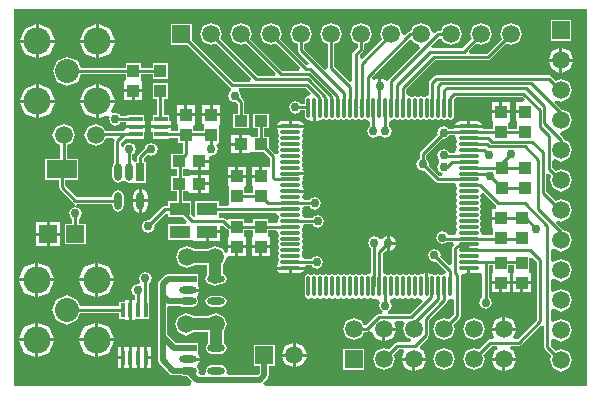
<source format=gtl>
%FSLAX43Y43*%
%MOMM*%
G71*
G01*
G75*
G04 Layer_Physical_Order=1*
G04 Layer_Color=255*
%ADD10O,1.500X0.600*%
%ADD11R,1.500X0.600*%
%ADD12O,1.800X0.300*%
%ADD13O,0.300X1.800*%
%ADD14O,0.700X1.500*%
%ADD15R,0.700X1.500*%
%ADD16R,0.350X1.200*%
%ADD17R,1.000X1.100*%
%ADD18R,2.541X1.500*%
%ADD19R,1.500X1.500*%
%ADD20R,1.150X0.450*%
%ADD21R,1.700X1.100*%
%ADD22R,1.100X1.000*%
%ADD23C,0.254*%
%ADD24C,0.500*%
%ADD25C,1.000*%
%ADD26C,0.762*%
%ADD27C,1.500*%
%ADD28R,1.500X1.500*%
%ADD29C,2.286*%
%ADD30C,2.032*%
%ADD31C,0.254*%
G36*
X76625Y38050D02*
X76625Y38050D01*
X76625Y38050D01*
X76615Y38025D01*
X49334D01*
X49237Y38260D01*
X49614Y38636D01*
X49614Y38636D01*
X49649Y38721D01*
X49733Y38925D01*
X49733Y38925D01*
Y39723D01*
X50202D01*
Y41477D01*
X48448D01*
Y39723D01*
X48917D01*
Y39094D01*
X48756Y38933D01*
X46239D01*
X46098Y39144D01*
X46162Y39300D01*
X46027Y39627D01*
X45700Y39762D01*
X44800D01*
X44473Y39627D01*
X44338Y39300D01*
X44402Y39144D01*
X44261Y38933D01*
X43839D01*
X43698Y39144D01*
X43762Y39300D01*
X43627Y39627D01*
Y39627D01*
D01*
X43724Y39826D01*
X43724Y39826D01*
X43847Y40123D01*
X42850D01*
Y40377D01*
X43847D01*
X43724Y40674D01*
X43709Y40680D01*
X43727Y40773D01*
X43727D01*
X43727Y40773D01*
Y41627D01*
X41973D01*
Y41608D01*
X41844D01*
X41108Y42344D01*
Y44681D01*
X41200Y44742D01*
X42244D01*
X42375Y44688D01*
X43275D01*
X43602Y44823D01*
X43737Y45150D01*
X43602Y45477D01*
Y45477D01*
D01*
X43699Y45676D01*
X43699Y45676D01*
X43822Y45973D01*
X42825D01*
Y46227D01*
X43822D01*
X43699Y46524D01*
X43684Y46530D01*
X43702Y46623D01*
X43702D01*
X43702Y46623D01*
Y47477D01*
X41948D01*
Y47458D01*
X41150D01*
X41150Y47458D01*
X41006Y47398D01*
X40861Y47339D01*
X40861Y47339D01*
X40411Y46889D01*
X40292Y46600D01*
X40292Y46600D01*
Y45650D01*
X40292Y45650D01*
X40292Y45650D01*
Y42175D01*
X40292Y42175D01*
X40292Y42175D01*
Y40200D01*
X40292Y40200D01*
X40411Y39911D01*
X41311Y39011D01*
X41311Y39011D01*
X41456Y38952D01*
X41600Y38892D01*
X41600Y38892D01*
X42269D01*
X42400Y38838D01*
X42735D01*
X43183Y38390D01*
X43142Y38139D01*
X42914Y38025D01*
X28150D01*
Y69890D01*
X28175Y69900D01*
Y69900D01*
X28175Y69900D01*
X76625D01*
Y38050D01*
D02*
G37*
%LPC*%
G36*
X70096Y46609D02*
X69469D01*
Y45932D01*
X70096D01*
Y46609D01*
D02*
G37*
G36*
X69215D02*
X68588D01*
Y45932D01*
X69215D01*
Y46609D01*
D02*
G37*
G36*
X36575Y46838D02*
X35242D01*
Y45506D01*
X36184Y45896D01*
X36575Y46838D01*
D02*
G37*
G36*
X70993Y46609D02*
X70366D01*
Y45932D01*
X70993D01*
Y46609D01*
D02*
G37*
G36*
X29908Y48424D02*
X28966Y48034D01*
X28576Y47092D01*
X29908D01*
Y48424D01*
D02*
G37*
G36*
X39243Y47667D02*
X38854Y47506D01*
X38693Y47117D01*
X38817Y46818D01*
X38637Y46639D01*
X38608Y46651D01*
X38219Y46490D01*
X38058Y46101D01*
X38219Y45712D01*
X38333Y45665D01*
Y45254D01*
X38102D01*
Y44400D01*
Y43546D01*
X38404D01*
Y43673D01*
X38927D01*
Y43673D01*
X38927D01*
X38927Y43673D01*
X38973D01*
Y43673D01*
X39577D01*
Y45127D01*
X39518D01*
Y46681D01*
X39632Y46728D01*
X39793Y47117D01*
X39632Y47506D01*
X39243Y47667D01*
D02*
G37*
G36*
X71874Y46609D02*
X71247D01*
Y45932D01*
X71874D01*
Y46609D01*
D02*
G37*
G36*
X45225Y44149D02*
X44572Y43879D01*
X43328D01*
X42675Y44149D01*
X42004Y43871D01*
X41726Y43200D01*
X42004Y42529D01*
X42675Y42251D01*
X43328Y42521D01*
X44571D01*
Y41567D01*
X44473Y41527D01*
X44338Y41200D01*
X44473Y40873D01*
X44800Y40738D01*
X45700D01*
X46027Y40873D01*
X46162Y41200D01*
X46027Y41527D01*
X45929Y41567D01*
Y42607D01*
X46174Y43200D01*
X45896Y43871D01*
X45225Y44149D01*
D02*
G37*
G36*
X32575Y45662D02*
X31700Y45300D01*
X31338Y44425D01*
X31700Y43550D01*
X32575Y43188D01*
X33450Y43550D01*
X33709Y44175D01*
X37023D01*
Y43673D01*
X37546D01*
Y43546D01*
X37848D01*
Y44400D01*
Y45254D01*
X37546D01*
Y45127D01*
X37023D01*
Y44725D01*
X33688D01*
X33450Y45300D01*
X32575Y45662D01*
D02*
G37*
G36*
X69723Y43833D02*
Y42926D01*
X70630D01*
X70364Y43567D01*
X69723Y43833D01*
D02*
G37*
G36*
X45675Y45612D02*
X44775D01*
X44448Y45477D01*
X44313Y45150D01*
X44448Y44823D01*
X44775Y44688D01*
X45675D01*
X46002Y44823D01*
X46137Y45150D01*
X46002Y45477D01*
X45675Y45612D01*
D02*
G37*
G36*
X34988Y46838D02*
X33655D01*
X34046Y45896D01*
X34988Y45506D01*
Y46838D01*
D02*
G37*
G36*
X31494D02*
X30162D01*
Y45506D01*
X31104Y45896D01*
X31494Y46838D01*
D02*
G37*
G36*
X29908D02*
X28576D01*
X28966Y45896D01*
X29908Y45506D01*
Y46838D01*
D02*
G37*
G36*
X45175Y49874D02*
X44522Y49604D01*
X43428D01*
X42775Y49874D01*
X42104Y49596D01*
X41826Y48925D01*
X42104Y48254D01*
X42775Y47976D01*
X43428Y48246D01*
X44496D01*
Y47397D01*
X44448Y47377D01*
X44313Y47050D01*
X44448Y46723D01*
X44695Y46621D01*
X44695Y46620D01*
X45175Y46421D01*
X45577Y46588D01*
X45675D01*
X46002Y46723D01*
X46137Y47050D01*
X46002Y47377D01*
X45854Y47438D01*
Y48272D01*
X46124Y48925D01*
Y48925D01*
X46129Y48936D01*
X46236Y48980D01*
X46236Y48980D01*
X46236Y48980D01*
X46863D01*
Y49657D01*
X46236D01*
Y49306D01*
X45987Y49257D01*
X45846Y49596D01*
X45175Y49874D01*
D02*
G37*
G36*
X60460Y49948D02*
X59952D01*
Y49440D01*
X60311Y49589D01*
X60460Y49948D01*
D02*
G37*
G36*
X49776Y49657D02*
X49149D01*
Y48980D01*
X49776D01*
Y49657D01*
D02*
G37*
G36*
X30898Y50723D02*
X30021D01*
Y49846D01*
X30898D01*
Y50723D01*
D02*
G37*
G36*
X45568Y50927D02*
X44591D01*
Y50250D01*
X45568D01*
Y50927D01*
D02*
G37*
G36*
X59952Y50710D02*
Y50202D01*
X60460D01*
X60311Y50561D01*
X59952Y50710D01*
D02*
G37*
G36*
X32029Y50723D02*
X31152D01*
Y49846D01*
X32029D01*
Y50723D01*
D02*
G37*
G36*
X35242Y48424D02*
Y47092D01*
X36575D01*
X36184Y48034D01*
X35242Y48424D01*
D02*
G37*
G36*
X34988D02*
X34046Y48034D01*
X33655Y47092D01*
X34988D01*
Y48424D01*
D02*
G37*
G36*
X30162D02*
Y47092D01*
X31494D01*
X31104Y48034D01*
X30162Y48424D01*
D02*
G37*
G36*
X51378Y47848D02*
X50370D01*
X50446Y47666D01*
X50755Y47538D01*
X51378D01*
Y47848D01*
D02*
G37*
G36*
X48895Y49657D02*
X48268D01*
Y48980D01*
X48895D01*
Y49657D01*
D02*
G37*
G36*
X47744D02*
X47117D01*
Y48980D01*
X47744D01*
Y49657D01*
D02*
G37*
G36*
X52640Y47848D02*
X51632D01*
Y47538D01*
X52255D01*
X52564Y47666D01*
X52640Y47848D01*
D02*
G37*
G36*
X39148Y41254D02*
X38752D01*
Y40400D01*
Y39546D01*
X39148D01*
Y40400D01*
Y41254D01*
D02*
G37*
G36*
X38498D02*
X38102D01*
Y40400D01*
Y39546D01*
X38498D01*
Y40400D01*
Y41254D01*
D02*
G37*
G36*
X37848D02*
X37452D01*
Y40400D01*
Y39546D01*
X37848D01*
Y40400D01*
Y41254D01*
D02*
G37*
G36*
X39704Y40273D02*
X39402D01*
Y39546D01*
X39704D01*
Y40273D01*
D02*
G37*
G36*
X29908Y41758D02*
X28576D01*
X28966Y40816D01*
X29908Y40425D01*
Y41758D01*
D02*
G37*
G36*
X52899Y40473D02*
X51992D01*
Y39566D01*
X52633Y39832D01*
X52899Y40473D01*
D02*
G37*
G36*
X51738D02*
X50831D01*
X51097Y39832D01*
X51738Y39566D01*
Y40473D01*
D02*
G37*
G36*
X69469Y40132D02*
X68562D01*
X68828Y39491D01*
X69469Y39225D01*
Y40132D01*
D02*
G37*
G36*
X63010D02*
X62103D01*
Y39225D01*
X62744Y39491D01*
X63010Y40132D01*
D02*
G37*
G36*
X61849D02*
X60942D01*
X61208Y39491D01*
X61849Y39225D01*
Y40132D01*
D02*
G37*
G36*
X70630D02*
X69723D01*
Y39225D01*
X70364Y39491D01*
X70630Y40132D01*
D02*
G37*
G36*
X37198Y40273D02*
X36896D01*
Y39546D01*
X37198D01*
Y40273D01*
D02*
G37*
G36*
X57773Y41136D02*
X56019D01*
Y39382D01*
X57773D01*
Y41136D01*
D02*
G37*
G36*
X64516Y41208D02*
X63845Y40930D01*
X63567Y40259D01*
X63845Y39588D01*
X64516Y39310D01*
X65187Y39588D01*
X65465Y40259D01*
X65187Y40930D01*
X64516Y41208D01*
D02*
G37*
G36*
X29908Y43345D02*
X28966Y42954D01*
X28576Y42012D01*
X29908D01*
Y43345D01*
D02*
G37*
G36*
X67056Y43748D02*
X66385Y43470D01*
X66107Y42799D01*
X66385Y42128D01*
X67056Y41850D01*
X67727Y42128D01*
X68005Y42799D01*
X67727Y43470D01*
X67056Y43748D01*
D02*
G37*
G36*
X60470Y42672D02*
X59563D01*
Y41765D01*
X60204Y42031D01*
X60470Y42672D01*
D02*
G37*
G36*
X30162Y43345D02*
Y42012D01*
X31494D01*
X31104Y42954D01*
X30162Y43345D01*
D02*
G37*
G36*
X69469Y43833D02*
X68828Y43567D01*
X68562Y42926D01*
X69469D01*
Y43833D01*
D02*
G37*
G36*
X35242Y43345D02*
Y42012D01*
X36575D01*
X36184Y42954D01*
X35242Y43345D01*
D02*
G37*
G36*
X34988D02*
X34046Y42954D01*
X33655Y42012D01*
X34988D01*
Y43345D01*
D02*
G37*
G36*
X36575Y41758D02*
X35242D01*
Y40425D01*
X36184Y40816D01*
X36575Y41758D01*
D02*
G37*
G36*
X34988D02*
X33655D01*
X34046Y40816D01*
X34988Y40425D01*
Y41758D01*
D02*
G37*
G36*
X31494D02*
X30162D01*
Y40425D01*
X31104Y40816D01*
X31494Y41758D01*
D02*
G37*
G36*
X37198Y41254D02*
X36896D01*
Y40527D01*
X37198D01*
Y41254D01*
D02*
G37*
G36*
X51992Y41634D02*
Y40727D01*
X52899D01*
X52633Y41368D01*
X51992Y41634D01*
D02*
G37*
G36*
X51738D02*
X51097Y41368D01*
X50831Y40727D01*
X51738D01*
Y41634D01*
D02*
G37*
G36*
X39704Y41254D02*
X39402D01*
Y40527D01*
X39704D01*
Y41254D01*
D02*
G37*
G36*
X30898Y51854D02*
X30021D01*
Y50977D01*
X30898D01*
Y51854D01*
D02*
G37*
G36*
X29972Y63562D02*
X29030Y63172D01*
X28639Y62230D01*
X29972D01*
Y63562D01*
D02*
G37*
G36*
X38981Y62865D02*
X38354D01*
Y62188D01*
X38981D01*
Y62865D01*
D02*
G37*
G36*
X38100D02*
X37473D01*
Y62188D01*
X38100D01*
Y62865D01*
D02*
G37*
G36*
X30226Y63562D02*
Y62230D01*
X31559D01*
X31168Y63172D01*
X30226Y63562D01*
D02*
G37*
G36*
X32639Y65880D02*
X31764Y65518D01*
X31402Y64643D01*
X31764Y63768D01*
X32639Y63406D01*
X33514Y63768D01*
X33762Y64368D01*
X37600D01*
Y64015D01*
X37600D01*
Y63923D01*
X37473Y63796D01*
X37473D01*
Y63119D01*
X38981D01*
Y63796D01*
X38854D01*
Y64015D01*
X38854D01*
Y64368D01*
X39886D01*
Y64015D01*
X41140D01*
Y65369D01*
X39886D01*
Y64918D01*
X38854D01*
Y65369D01*
X37600D01*
Y64918D01*
X33762D01*
X33514Y65518D01*
X32639Y65880D01*
D02*
G37*
G36*
X35306Y63562D02*
Y62230D01*
X36639D01*
X36248Y63172D01*
X35306Y63562D01*
D02*
G37*
G36*
X35052D02*
X34110Y63172D01*
X33720Y62230D01*
X35052D01*
Y63562D01*
D02*
G37*
G36*
X43426Y61764D02*
X42799D01*
Y61087D01*
X43426D01*
Y61764D01*
D02*
G37*
G36*
X42545D02*
X41918D01*
Y61087D01*
X42545D01*
Y61764D01*
D02*
G37*
G36*
X35052Y61976D02*
X33720D01*
X34110Y61034D01*
X35052Y60644D01*
Y61976D01*
D02*
G37*
G36*
X44704Y61764D02*
X44077D01*
Y61087D01*
X44704D01*
Y61764D01*
D02*
G37*
G36*
X70096Y62018D02*
X69469D01*
Y61341D01*
X70096D01*
Y62018D01*
D02*
G37*
G36*
X69215D02*
X68588D01*
Y61341D01*
X69215D01*
Y62018D01*
D02*
G37*
G36*
X45585Y61764D02*
X44958D01*
Y61087D01*
X45585D01*
Y61764D01*
D02*
G37*
G36*
X75302Y68977D02*
X73548D01*
Y67223D01*
X75302D01*
Y68977D01*
D02*
G37*
G36*
X70215Y68724D02*
X69544Y68446D01*
X69266Y67775D01*
X69430Y67379D01*
X68151Y66100D01*
X66721D01*
X66623Y66335D01*
X67279Y66990D01*
X67675Y66826D01*
X68346Y67104D01*
X68624Y67775D01*
X68346Y68446D01*
X67675Y68724D01*
X67004Y68446D01*
X66726Y67775D01*
X66890Y67379D01*
X66086Y66575D01*
X63592D01*
X63458Y66791D01*
X63496Y66868D01*
X64088Y67459D01*
X64337Y67410D01*
X64464Y67104D01*
X65135Y66826D01*
X65806Y67104D01*
X66084Y67775D01*
X65806Y68446D01*
X65135Y68724D01*
X64464Y68446D01*
X64300Y68050D01*
X64015D01*
X64015Y68050D01*
X63877Y67993D01*
X63820Y67969D01*
X63820Y67969D01*
X63730Y67879D01*
X63481Y67928D01*
X63266Y68446D01*
X62595Y68724D01*
X61924Y68446D01*
X61760Y68050D01*
X61675Y68050D01*
X61675Y68050D01*
X61675Y68050D01*
X61538Y67993D01*
X61481Y67969D01*
X61481Y67969D01*
X61248Y67737D01*
X60999Y67787D01*
X60726Y68446D01*
X60055Y68724D01*
X59384Y68446D01*
X59106Y67775D01*
X59270Y67379D01*
X57565Y65673D01*
X57428Y65730D01*
X57378Y65979D01*
X57709Y66311D01*
X57709Y66311D01*
X57790Y66505D01*
Y66940D01*
X58186Y67104D01*
X58464Y67775D01*
X58186Y68446D01*
X57515Y68724D01*
X56844Y68446D01*
X56566Y67775D01*
X56844Y67104D01*
X57240Y66940D01*
Y66619D01*
X56861Y66239D01*
X56780Y66045D01*
X56780Y66045D01*
Y63791D01*
X56545Y63693D01*
X55250Y64989D01*
Y66940D01*
X55646Y67104D01*
X55924Y67775D01*
X55646Y68446D01*
X54975Y68724D01*
X54304Y68446D01*
X54026Y67775D01*
X54304Y67104D01*
X54700Y66940D01*
Y64875D01*
D01*
X54700Y64875D01*
X54700D01*
X54462Y64777D01*
X52710Y66529D01*
Y66940D01*
X53106Y67104D01*
X53384Y67775D01*
X53106Y68446D01*
X52435Y68724D01*
X51764Y68446D01*
X51486Y67775D01*
X51764Y67104D01*
X52160Y66940D01*
Y66415D01*
X52160Y66415D01*
X52241Y66221D01*
X53049Y65412D01*
X53097Y65316D01*
X52935Y65199D01*
X52872Y65187D01*
X50680Y67379D01*
X50844Y67775D01*
X50566Y68446D01*
X49895Y68724D01*
X49224Y68446D01*
X48946Y67775D01*
X49224Y67104D01*
X49895Y66826D01*
X50291Y66990D01*
X52372Y64910D01*
X52274Y64675D01*
X50844D01*
X48140Y67379D01*
X48304Y67775D01*
X48026Y68446D01*
X47355Y68724D01*
X46684Y68446D01*
X46406Y67775D01*
X46684Y67104D01*
X47355Y66826D01*
X47751Y66990D01*
X50282Y64460D01*
X50184Y64225D01*
X48754D01*
X45600Y67379D01*
X45764Y67775D01*
X45486Y68446D01*
X44815Y68724D01*
X44144Y68446D01*
X43866Y67775D01*
X44144Y67104D01*
X44815Y66826D01*
X45211Y66990D01*
X48217Y63985D01*
X48119Y63750D01*
X46689D01*
X43152Y67287D01*
Y68652D01*
X41398D01*
Y66898D01*
X42763D01*
X46381Y63281D01*
X46381Y63281D01*
X46438Y63257D01*
X46502Y63230D01*
Y62976D01*
X46411Y62939D01*
X46250Y62550D01*
X46411Y62161D01*
X46800Y62000D01*
X46839Y62016D01*
X47050Y61875D01*
Y61052D01*
X46648D01*
Y59798D01*
X48002D01*
Y61052D01*
X47600D01*
Y62025D01*
X47600Y62025D01*
X47560Y62122D01*
X47519Y62219D01*
X47519Y62219D01*
X47303Y62436D01*
X47350Y62550D01*
X47189Y62939D01*
X47159Y62951D01*
X47209Y63200D01*
X52812D01*
X53248Y62765D01*
X53107Y62553D01*
X53071Y62568D01*
Y62568D01*
D01*
D01*
X53071Y62568D01*
D01*
X53055Y62575D01*
X52843Y62487D01*
X52836Y62471D01*
X52836D01*
X52836D01*
X52836Y62471D01*
X52836Y62471D01*
Y62471D01*
X52755Y62275D01*
Y61870D01*
X52379D01*
X52332Y61984D01*
X51943Y62145D01*
X51554Y61984D01*
X51393Y61595D01*
X51554Y61206D01*
X51943Y61045D01*
X52332Y61206D01*
X52379Y61320D01*
X52755D01*
Y60775D01*
X52836Y60579D01*
Y60579D01*
X52836Y60579D01*
X52836Y60579D01*
X52836D01*
X52836D01*
X52843Y60563D01*
X53055Y60475D01*
X53071Y60482D01*
X53071D01*
Y60482D01*
D01*
D01*
D01*
X53139Y60510D01*
X53246Y60466D01*
X53246Y60466D01*
X53246Y60466D01*
X53428Y60390D01*
Y61525D01*
X53682D01*
Y60390D01*
X53864Y60466D01*
X53864Y60466D01*
Y60466D01*
X53971Y60510D01*
X54055Y60475D01*
X54267Y60563D01*
X54267D01*
D01*
X54343D01*
D01*
X54555Y60475D01*
X54571Y60482D01*
X54571Y60482D01*
X54571Y60482D01*
X54767Y60563D01*
X54767D01*
D01*
X54843D01*
D01*
X55055Y60475D01*
D01*
D01*
D01*
D01*
X55267Y60563D01*
D01*
X55343D01*
D01*
X55555Y60475D01*
D01*
D01*
D01*
D01*
X55767Y60563D01*
D01*
X55843D01*
X55843Y60563D01*
Y60563D01*
X56039Y60482D01*
X56039Y60482D01*
X56039Y60482D01*
X56055Y60475D01*
X56267Y60563D01*
D01*
X56343D01*
D01*
X56555Y60475D01*
D01*
D01*
D01*
D01*
X56767Y60563D01*
D01*
X56843D01*
D01*
X57055Y60475D01*
X57071Y60482D01*
X57071Y60482D01*
X57071Y60482D01*
X57267Y60563D01*
X57267D01*
D01*
X57343D01*
D01*
X57555Y60475D01*
D01*
D01*
D01*
D01*
X57767Y60563D01*
D01*
X57843D01*
D01*
X58055Y60475D01*
X58069Y60481D01*
X58280Y60340D01*
Y60002D01*
X58158Y59952D01*
X57997Y59563D01*
X58158Y59174D01*
X58547Y59013D01*
X58936Y59174D01*
X58936Y59174D01*
X59174D01*
Y59174D01*
X59563Y59013D01*
X59952Y59174D01*
X60113Y59563D01*
X59952Y59952D01*
X59838Y59999D01*
Y60336D01*
X60049Y60478D01*
X60055Y60475D01*
X60267Y60563D01*
D01*
X60343D01*
D01*
X60555Y60475D01*
D01*
D01*
D01*
D01*
X60767Y60563D01*
D01*
X60843D01*
X60843Y60563D01*
Y60563D01*
X61039Y60482D01*
X61039Y60482D01*
X61039Y60482D01*
X61055Y60475D01*
X61267Y60563D01*
D01*
X61343D01*
D01*
X61555Y60475D01*
D01*
D01*
D01*
D01*
X61767Y60563D01*
D01*
X61843D01*
D01*
X62055Y60475D01*
X62071Y60482D01*
X62071Y60482D01*
X62071Y60482D01*
X62267Y60563D01*
X62267D01*
D01*
X62343D01*
D01*
X62555Y60475D01*
D01*
D01*
D01*
D01*
X62767Y60563D01*
D01*
X62843D01*
D01*
X63055Y60475D01*
D01*
D01*
D01*
D01*
X63267Y60563D01*
D01*
X63343D01*
D01*
X63555Y60475D01*
D01*
D01*
D01*
D01*
X63767Y60563D01*
D01*
X63843D01*
X63843Y60563D01*
Y60563D01*
X64039Y60482D01*
X64039Y60482D01*
X64039Y60482D01*
X64055Y60475D01*
X64267Y60563D01*
D01*
X64343D01*
D01*
X64555Y60475D01*
X64571Y60482D01*
X64571Y60482D01*
X64571Y60482D01*
X64767Y60563D01*
X64767D01*
D01*
X64843D01*
D01*
X65055Y60475D01*
X65071Y60482D01*
X65071D01*
Y60482D01*
X65267Y60563D01*
X65355Y60775D01*
Y62275D01*
X65348Y62292D01*
X65519Y62463D01*
X71145D01*
X71356Y62253D01*
X71259Y62018D01*
X70620D01*
Y61341D01*
X71374D01*
Y61087D01*
X70620D01*
Y60410D01*
X70747D01*
Y60191D01*
X70747D01*
Y59750D01*
X69969D01*
Y60191D01*
X69969D01*
Y60283D01*
X70096Y60410D01*
X70096D01*
Y61087D01*
X68588D01*
Y60410D01*
X68715D01*
Y60191D01*
X68715D01*
Y59750D01*
X67928D01*
X67862Y59848D01*
X65348D01*
X65282Y59750D01*
X64936D01*
X64905Y59825D01*
X64516Y59986D01*
X64127Y59825D01*
X63966Y59436D01*
X64013Y59322D01*
X62544Y57852D01*
X62463Y57658D01*
X62463Y57658D01*
Y57205D01*
X62349Y57158D01*
X62188Y56769D01*
X62349Y56380D01*
X62738Y56219D01*
X62852Y56266D01*
X63838Y55281D01*
X63838Y55281D01*
X63895Y55257D01*
X64032Y55200D01*
X64032Y55200D01*
X65420D01*
X65561Y54989D01*
X65555Y54975D01*
D01*
D01*
D01*
D01*
X65643Y54763D01*
D01*
Y54687D01*
X65643Y54687D01*
X65643D01*
X65562Y54491D01*
X65562Y54491D01*
X65562Y54491D01*
X65555Y54475D01*
X65643Y54263D01*
D01*
Y54187D01*
D01*
X65555Y53975D01*
D01*
D01*
D01*
D01*
X65643Y53763D01*
D01*
Y53687D01*
D01*
X65555Y53475D01*
X65562Y53459D01*
X65562Y53459D01*
X65562Y53459D01*
X65643Y53263D01*
Y53263D01*
D01*
Y53187D01*
D01*
X65555Y52975D01*
D01*
D01*
D01*
D01*
X65643Y52763D01*
D01*
Y52687D01*
D01*
X65555Y52475D01*
D01*
D01*
D01*
D01*
X65643Y52263D01*
D01*
Y52187D01*
X65643Y52187D01*
X65643D01*
X65562Y51991D01*
X65562Y51991D01*
X65562Y51991D01*
X65555Y51975D01*
X65643Y51763D01*
D01*
Y51687D01*
D01*
X65555Y51475D01*
D01*
D01*
D01*
D01*
X65643Y51263D01*
D01*
Y51187D01*
D01*
X65555Y50975D01*
X65561Y50961D01*
X65420Y50750D01*
X64854D01*
X64778Y50935D01*
X64389Y51096D01*
X64000Y50935D01*
X63839Y50546D01*
X64000Y50157D01*
X64389Y49996D01*
X64778Y50157D01*
X64796Y50200D01*
X65240D01*
X65299Y50171D01*
X65340Y49920D01*
X65257Y49837D01*
X65176Y49642D01*
X65176Y49642D01*
Y48320D01*
X64941Y48222D01*
X64228Y48936D01*
X64275Y49050D01*
X64114Y49439D01*
X63725Y49600D01*
X63336Y49439D01*
X63175Y49050D01*
X63336Y48661D01*
X63725Y48500D01*
X63839Y48547D01*
X64703Y47683D01*
X64562Y47472D01*
X64555Y47475D01*
X64343Y47387D01*
D01*
X64267D01*
D01*
X64055Y47475D01*
X64039Y47468D01*
X64039Y47468D01*
X64039Y47468D01*
X63843Y47387D01*
X63843D01*
D01*
X63767D01*
D01*
X63555Y47475D01*
X63539Y47468D01*
X63539D01*
Y47468D01*
X63471Y47440D01*
X63364Y47484D01*
X63364Y47484D01*
X63364Y47484D01*
X63182Y47560D01*
Y46425D01*
X62928D01*
Y47560D01*
X62746Y47484D01*
X62746Y47484D01*
Y47484D01*
X62639Y47440D01*
X62571Y47468D01*
Y47468D01*
X62571D01*
X62555Y47475D01*
X62343Y47387D01*
D01*
X62267D01*
X62267Y47387D01*
Y47387D01*
X62071Y47468D01*
X62071Y47468D01*
X62071Y47468D01*
X62055Y47475D01*
X61843Y47387D01*
D01*
X61767D01*
D01*
X61555Y47475D01*
D01*
D01*
D01*
D01*
X61343Y47387D01*
D01*
X61267D01*
D01*
X61055Y47475D01*
X61039Y47468D01*
X61039Y47468D01*
X61039Y47468D01*
X60843Y47387D01*
X60843D01*
D01*
X60767D01*
D01*
X60555Y47475D01*
D01*
D01*
D01*
D01*
X60343Y47387D01*
D01*
X60267D01*
D01*
X60055Y47475D01*
D01*
D01*
D01*
D01*
X59843Y47387D01*
D01*
X59767D01*
X59767Y47387D01*
Y47387D01*
X59555Y47475D01*
X59541Y47469D01*
X59330Y47610D01*
Y49191D01*
X59614Y49475D01*
X59698Y49440D01*
Y50075D01*
Y50710D01*
X59339Y50561D01*
X59288Y50439D01*
X59034Y50439D01*
X59014Y50489D01*
X58625Y50650D01*
X58236Y50489D01*
X58075Y50100D01*
X58236Y49711D01*
X58350Y49664D01*
Y47581D01*
X58139Y47440D01*
X58055Y47475D01*
D01*
D01*
D01*
D01*
X57843Y47387D01*
D01*
X57767D01*
D01*
X57555Y47475D01*
D01*
D01*
D01*
D01*
X57343Y47387D01*
D01*
X57267D01*
X57267Y47387D01*
Y47387D01*
X57071Y47468D01*
X57071Y47468D01*
X57071Y47468D01*
X57055Y47475D01*
X56843Y47387D01*
D01*
X56767D01*
D01*
X56555Y47475D01*
D01*
D01*
D01*
D01*
X56343Y47387D01*
D01*
X56267D01*
D01*
X56055Y47475D01*
X56039Y47468D01*
X56039Y47468D01*
X56039Y47468D01*
X55843Y47387D01*
X55843D01*
D01*
X55767D01*
D01*
X55555Y47475D01*
D01*
D01*
D01*
D01*
X55343Y47387D01*
D01*
X55267D01*
D01*
X55055Y47475D01*
D01*
D01*
D01*
D01*
X54843Y47387D01*
D01*
X54767D01*
X54767Y47387D01*
Y47387D01*
X54571Y47468D01*
X54571Y47468D01*
X54571Y47468D01*
X54555Y47475D01*
X54343Y47387D01*
D01*
X54267D01*
D01*
X54055Y47475D01*
D01*
D01*
D01*
D01*
X53843Y47387D01*
D01*
X53767D01*
D01*
X53555Y47475D01*
X53539Y47468D01*
X53539Y47468D01*
X53539Y47468D01*
X53343Y47387D01*
X53343D01*
D01*
X53267D01*
D01*
X53055Y47475D01*
X53039Y47468D01*
X53039D01*
Y47468D01*
X52843Y47387D01*
X52755Y47175D01*
Y45675D01*
X52843Y45463D01*
X53039Y45382D01*
Y45382D01*
X53039D01*
X53055Y45375D01*
X53267Y45463D01*
D01*
X53343D01*
X53343Y45463D01*
Y45463D01*
X53539Y45382D01*
X53539Y45382D01*
X53539Y45382D01*
X53555Y45375D01*
X53767Y45463D01*
D01*
X53843D01*
D01*
X54055Y45375D01*
D01*
D01*
D01*
D01*
X54267Y45463D01*
D01*
X54343D01*
D01*
X54555Y45375D01*
X54571Y45382D01*
X54571Y45382D01*
X54571Y45382D01*
X54767Y45463D01*
X54767D01*
D01*
X54843D01*
D01*
X55055Y45375D01*
D01*
D01*
D01*
D01*
X55267Y45463D01*
D01*
X55343D01*
D01*
X55555Y45375D01*
D01*
D01*
D01*
D01*
X55767Y45463D01*
D01*
X55843D01*
X55843Y45463D01*
Y45463D01*
X56039Y45382D01*
X56039Y45382D01*
X56039Y45382D01*
X56055Y45375D01*
X56267Y45463D01*
D01*
X56343D01*
D01*
X56555Y45375D01*
D01*
D01*
D01*
D01*
X56767Y45463D01*
D01*
X56843D01*
D01*
X57055Y45375D01*
X57071Y45382D01*
X57071Y45382D01*
X57071Y45382D01*
X57267Y45463D01*
X57267D01*
D01*
X57343D01*
D01*
X57555Y45375D01*
D01*
D01*
D01*
D01*
X57767Y45463D01*
D01*
X57843D01*
D01*
X58055Y45375D01*
D01*
D01*
D01*
D01*
X58267Y45463D01*
D01*
X58343D01*
X58343Y45463D01*
Y45463D01*
X58555Y45375D01*
X58639Y45410D01*
X58746Y45366D01*
X58746Y45366D01*
X58746Y45366D01*
X59005Y45259D01*
X59102Y45024D01*
X59005Y44790D01*
X59166Y44401D01*
X59345Y44327D01*
X59296Y44078D01*
X59020D01*
X59020Y44078D01*
X58883Y44021D01*
X58826Y43997D01*
X58826Y43997D01*
X57943Y43115D01*
X57694Y43164D01*
X57567Y43470D01*
X56896Y43748D01*
X56225Y43470D01*
X55947Y42799D01*
X56225Y42128D01*
X56896Y41850D01*
X57567Y42128D01*
X57731Y42524D01*
X58016D01*
X58016Y42524D01*
X58211Y42605D01*
X58449Y42557D01*
X58668Y42031D01*
X59309Y41765D01*
Y42799D01*
X59436D01*
Y42926D01*
X60470D01*
X60308Y43317D01*
X60449Y43528D01*
X61100D01*
X61241Y43317D01*
X61027Y42799D01*
X61305Y42128D01*
X61703Y41963D01*
X61754Y41912D01*
X61657Y41677D01*
X60579D01*
X60579Y41677D01*
X60482Y41637D01*
X60385Y41596D01*
X60385Y41596D01*
X59832Y41044D01*
X59436Y41208D01*
X58765Y40930D01*
X58487Y40259D01*
X58765Y39588D01*
X59436Y39310D01*
X60107Y39588D01*
X60385Y40259D01*
X60221Y40655D01*
X60693Y41127D01*
X61020D01*
X61161Y40916D01*
X60942Y40386D01*
X63010D01*
X62744Y41027D01*
X62512Y41124D01*
X62463Y41373D01*
X63174Y42085D01*
X63255Y42279D01*
X63255Y42279D01*
Y43562D01*
X64583Y44891D01*
X64583Y44891D01*
X64590Y44906D01*
X64749Y45066D01*
X64749Y45066D01*
X64773Y45123D01*
X64830Y45260D01*
Y45260D01*
X64841Y45286D01*
X65055Y45375D01*
D01*
X65151Y45415D01*
X65363Y45276D01*
X65384Y44056D01*
X64912Y43584D01*
X64516Y43748D01*
X63845Y43470D01*
X63567Y42799D01*
X63845Y42128D01*
X64516Y41850D01*
X65187Y42128D01*
X65465Y42799D01*
X65301Y43195D01*
X65853Y43748D01*
X65853Y43748D01*
X65894Y43845D01*
X65934Y43942D01*
X65934Y43942D01*
Y47363D01*
D01*
X65934Y47363D01*
X65934D01*
X66356Y47538D01*
X66478D01*
Y47975D01*
X66732D01*
Y47538D01*
X67355D01*
X67564Y47624D01*
X67775Y47483D01*
Y45486D01*
X67661Y45439D01*
X67500Y45050D01*
X67661Y44661D01*
X68050Y44500D01*
X68439Y44661D01*
X68600Y45050D01*
X68439Y45439D01*
X68325Y45486D01*
Y48200D01*
X68715D01*
Y47759D01*
X68715D01*
Y47667D01*
X68588Y47540D01*
X68588D01*
Y46863D01*
X70096D01*
Y47540D01*
X69969D01*
Y47759D01*
X69969D01*
Y48200D01*
X70493D01*
Y47759D01*
X70493D01*
Y47667D01*
X70366Y47540D01*
X70366D01*
Y46863D01*
X71874D01*
Y47540D01*
X71747D01*
Y47759D01*
X71747D01*
Y48834D01*
X71982Y48932D01*
X72400Y48513D01*
Y43579D01*
X70774Y41952D01*
X70521Y41977D01*
X70411Y42142D01*
X70630Y42672D01*
X68562D01*
X68781Y42142D01*
X68640Y41931D01*
X68453D01*
X68259Y41850D01*
X68259Y41850D01*
X67452Y41044D01*
X67056Y41208D01*
X66385Y40930D01*
X66107Y40259D01*
X66385Y39588D01*
X67056Y39310D01*
X67727Y39588D01*
X68005Y40259D01*
X67841Y40655D01*
X68567Y41381D01*
X69030D01*
X69080Y41132D01*
X68828Y41027D01*
X68562Y40386D01*
X70630D01*
X70364Y41027D01*
X70112Y41132D01*
X70162Y41381D01*
X70866D01*
X70866Y41381D01*
X71060Y41462D01*
X72765Y43167D01*
X73000Y43069D01*
Y41279D01*
X73000Y41279D01*
X73081Y41085D01*
X73631Y40534D01*
X73476Y40160D01*
X73754Y39489D01*
X74425Y39211D01*
X75096Y39489D01*
X75374Y40160D01*
X75096Y40831D01*
X74425Y41109D01*
X74007Y40936D01*
X73550Y41393D01*
Y41885D01*
X73761Y42026D01*
X74425Y41751D01*
X75096Y42029D01*
X75374Y42700D01*
X75096Y43371D01*
X74425Y43649D01*
X73761Y43374D01*
X73550Y43515D01*
Y44425D01*
X73761Y44566D01*
X74425Y44291D01*
X75096Y44569D01*
X75374Y45240D01*
X75096Y45911D01*
X74425Y46189D01*
X73761Y45914D01*
X73550Y46055D01*
Y46965D01*
X73761Y47106D01*
X74425Y46831D01*
X75096Y47109D01*
X75374Y47780D01*
X75096Y48451D01*
X74425Y48729D01*
X73761Y48454D01*
X73550Y48595D01*
Y49505D01*
X73761Y49646D01*
X74425Y49371D01*
X75096Y49649D01*
X75374Y50320D01*
X75096Y50991D01*
X74634Y51183D01*
X74616Y51226D01*
X74616Y51226D01*
X74042Y51800D01*
X74183Y52011D01*
X74425Y51911D01*
X75096Y52189D01*
X75374Y52860D01*
X75096Y53531D01*
X74425Y53809D01*
X74007Y53636D01*
X73173Y54470D01*
Y55900D01*
X73408Y55998D01*
X73631Y55774D01*
X73476Y55400D01*
X73754Y54729D01*
X74425Y54451D01*
X75096Y54729D01*
X75374Y55400D01*
X75096Y56071D01*
X74425Y56349D01*
X74007Y56176D01*
X73681Y56502D01*
Y57070D01*
X73892Y57211D01*
X74425Y56991D01*
X75096Y57269D01*
X75374Y57940D01*
X75096Y58611D01*
X74697Y58777D01*
Y58853D01*
X74697Y58853D01*
X74697Y58853D01*
X74640Y58990D01*
X74616Y59047D01*
X74616Y59047D01*
X74380Y59284D01*
X74430Y59533D01*
X75096Y59809D01*
X75374Y60480D01*
X75096Y61151D01*
X74499Y61398D01*
X73865Y62033D01*
X74006Y62244D01*
X74425Y62071D01*
X75096Y62349D01*
X75374Y63020D01*
X75096Y63691D01*
X74425Y63969D01*
X74007Y63796D01*
X73600Y64202D01*
X73406Y64283D01*
X73406Y64283D01*
X63881D01*
X63881Y64283D01*
X63784Y64243D01*
X63687Y64202D01*
X63687Y64202D01*
X63361Y63876D01*
X63280Y63682D01*
X63280Y63682D01*
Y62710D01*
X63069Y62569D01*
X63055Y62575D01*
D01*
D01*
D01*
D01*
X62843Y62487D01*
D01*
X62767D01*
D01*
X62555Y62575D01*
D01*
D01*
D01*
D01*
X62343Y62487D01*
D01*
X62267D01*
X62267Y62487D01*
Y62487D01*
X62071Y62568D01*
X62071Y62568D01*
X62071Y62568D01*
X62055Y62575D01*
X61843Y62487D01*
D01*
X61767D01*
D01*
X61555Y62575D01*
D01*
D01*
D01*
D01*
X61541Y62569D01*
X61330Y62710D01*
Y63091D01*
X63789Y65550D01*
X68265D01*
X68265Y65550D01*
X68459Y65631D01*
X69819Y66990D01*
X70215Y66826D01*
X70886Y67104D01*
X71164Y67775D01*
X70886Y68446D01*
X70215Y68724D01*
D02*
G37*
G36*
X36639Y67056D02*
X35306D01*
Y65724D01*
X36248Y66114D01*
X36639Y67056D01*
D02*
G37*
G36*
X29972Y68643D02*
X29030Y68252D01*
X28639Y67310D01*
X29972D01*
Y68643D01*
D02*
G37*
G36*
X35306D02*
Y67310D01*
X36639D01*
X36248Y68252D01*
X35306Y68643D01*
D02*
G37*
G36*
X35052D02*
X34110Y68252D01*
X33720Y67310D01*
X35052D01*
Y68643D01*
D02*
G37*
G36*
X30226D02*
Y67310D01*
X31559D01*
X31168Y68252D01*
X30226Y68643D01*
D02*
G37*
G36*
X74298Y66594D02*
X73657Y66328D01*
X73391Y65687D01*
X74298D01*
Y66594D01*
D02*
G37*
G36*
X75459Y65433D02*
X74552D01*
Y64526D01*
X75193Y64792D01*
X75459Y65433D01*
D02*
G37*
G36*
X74298D02*
X73391D01*
X73657Y64792D01*
X74298Y64526D01*
Y65433D01*
D02*
G37*
G36*
X74552Y66594D02*
Y65687D01*
X75459D01*
X75193Y66328D01*
X74552Y66594D01*
D02*
G37*
G36*
X35052Y67056D02*
X33720D01*
X34110Y66114D01*
X35052Y65724D01*
Y67056D01*
D02*
G37*
G36*
X31559D02*
X30226D01*
Y65724D01*
X31168Y66114D01*
X31559Y67056D01*
D02*
G37*
G36*
X29972D02*
X28639D01*
X29030Y66114D01*
X29972Y65724D01*
Y67056D01*
D02*
G37*
G36*
X47744Y56557D02*
X47117D01*
Y55880D01*
X47744D01*
Y56557D01*
D02*
G37*
G36*
X46863D02*
X46236D01*
Y55880D01*
X46863D01*
Y56557D01*
D02*
G37*
G36*
X44619Y55872D02*
X43942D01*
Y55245D01*
X44619D01*
Y55872D01*
D02*
G37*
G36*
X47198Y58323D02*
X46521D01*
Y57696D01*
X47198D01*
Y58323D01*
D02*
G37*
G36*
X44619Y56896D02*
X43942D01*
Y56269D01*
X44619D01*
Y56896D01*
D02*
G37*
G36*
X48895Y56557D02*
X48268D01*
Y55880D01*
X48895D01*
Y56557D01*
D02*
G37*
G36*
X44619Y54991D02*
X43942D01*
Y54364D01*
X44619D01*
Y54991D01*
D02*
G37*
G36*
X39479Y53548D02*
X38952D01*
Y52674D01*
X39287Y52813D01*
X39479Y53275D01*
Y53548D01*
D02*
G37*
G36*
X38698D02*
X38171D01*
Y53275D01*
X38363Y52813D01*
X38698Y52674D01*
Y53548D01*
D02*
G37*
G36*
X32029Y51854D02*
X31152D01*
Y50977D01*
X32029D01*
Y51854D01*
D02*
G37*
G36*
X38952Y54676D02*
Y53802D01*
X39479D01*
Y54075D01*
X39287Y54537D01*
X38952Y54676D01*
D02*
G37*
G36*
X38698D02*
X38363Y54537D01*
X38171Y54075D01*
Y53802D01*
X38698D01*
Y54676D01*
D02*
G37*
G36*
X32325Y60199D02*
X31654Y59921D01*
X31376Y59250D01*
X31654Y58579D01*
X32050Y58415D01*
Y57227D01*
X30777D01*
Y55473D01*
X31900D01*
Y54825D01*
X31900Y54825D01*
X31981Y54630D01*
X33131Y53481D01*
X33131Y53481D01*
X33320Y53402D01*
Y53400D01*
X33320D01*
Y53150D01*
X33320D01*
Y53148D01*
X32936Y52989D01*
X32775Y52600D01*
X32936Y52211D01*
X33050Y52164D01*
Y51727D01*
X32448D01*
Y49973D01*
X34202D01*
Y51727D01*
X33600D01*
Y52164D01*
X33714Y52211D01*
X33875Y52600D01*
X33714Y52989D01*
X33325Y53150D01*
D01*
Y53220D01*
X33505Y53400D01*
X36409D01*
Y53275D01*
X36560Y52910D01*
X36925Y52759D01*
X37290Y52910D01*
X37441Y53275D01*
Y54075D01*
X37290Y54440D01*
X36925Y54591D01*
X36560Y54440D01*
X36409Y54075D01*
Y53950D01*
X33439D01*
X32450Y54939D01*
Y55473D01*
X33573D01*
Y57227D01*
X32600D01*
Y58415D01*
X32996Y58579D01*
X33274Y59250D01*
X32996Y59921D01*
X32325Y60199D01*
D02*
G37*
G36*
X66478Y60412D02*
X65855D01*
X65546Y60284D01*
X65470Y60102D01*
X66478D01*
Y60412D01*
D02*
G37*
G36*
X52255D02*
X51632D01*
Y60102D01*
X52640D01*
X52564Y60284D01*
X52255Y60412D01*
D02*
G37*
G36*
X51378D02*
X50755D01*
X50446Y60284D01*
X50370Y60102D01*
X51378D01*
Y60412D01*
D02*
G37*
G36*
X31559Y61976D02*
X30226D01*
Y60644D01*
X31168Y61034D01*
X31559Y61976D01*
D02*
G37*
G36*
X29972D02*
X28639D01*
X29030Y61034D01*
X29972Y60644D01*
Y61976D01*
D02*
G37*
G36*
X67355Y60412D02*
X66732D01*
Y60102D01*
X67740D01*
X67664Y60284D01*
X67355Y60412D01*
D02*
G37*
G36*
X41140Y63669D02*
X39886D01*
Y62315D01*
X40238D01*
Y60946D01*
X39870D01*
Y60423D01*
X39743D01*
Y60071D01*
X41401D01*
Y60423D01*
X41274D01*
Y60946D01*
X40788D01*
Y62315D01*
X41140D01*
Y63669D01*
D02*
G37*
G36*
X35025Y60199D02*
X34354Y59921D01*
X34076Y59250D01*
X34354Y58579D01*
X35025Y58301D01*
X35696Y58579D01*
X35879Y59019D01*
X36504D01*
X36645Y58808D01*
X36600Y58700D01*
X36600Y58700D01*
Y56857D01*
X36560Y56840D01*
X36409Y56475D01*
Y55675D01*
X36560Y55310D01*
X36925Y55159D01*
X37290Y55310D01*
X37290Y55310D01*
X37510D01*
Y55310D01*
X37875Y55159D01*
X37970Y55198D01*
X38348Y55198D01*
Y55198D01*
X39302D01*
Y56952D01*
X39100D01*
Y57261D01*
X39434Y57596D01*
X39725Y57475D01*
X40114Y57636D01*
X40275Y58025D01*
X40114Y58414D01*
X39725Y58575D01*
X39336Y58414D01*
X39238Y58177D01*
X38631Y57569D01*
X38550Y57375D01*
X38550Y57375D01*
Y56952D01*
X38348Y56952D01*
Y56952D01*
D01*
D01*
D01*
X38330D01*
X38150Y57132D01*
Y57614D01*
X38264Y57661D01*
X38425Y58050D01*
X38264Y58439D01*
X37875Y58600D01*
X37486Y58439D01*
X37399Y58228D01*
X37150Y58278D01*
Y58586D01*
X37506Y58942D01*
X37720Y58942D01*
Y58942D01*
X39124D01*
Y59465D01*
X39251D01*
Y59817D01*
X37593D01*
Y59817D01*
X37469Y59569D01*
X37469Y59569D01*
Y59569D01*
D01*
X35842D01*
X35696Y59921D01*
X35025Y60199D01*
D02*
G37*
G36*
X47198Y59204D02*
X46521D01*
Y58577D01*
X47198D01*
Y59204D01*
D02*
G37*
G36*
X36639Y61976D02*
X35306D01*
Y60644D01*
X36047Y60950D01*
X36226Y60771D01*
X36153Y60594D01*
X36314Y60205D01*
X36703Y60044D01*
X37092Y60205D01*
X37139Y60319D01*
X37593D01*
Y60071D01*
X39251D01*
Y60423D01*
X39124D01*
Y60946D01*
X37720D01*
Y60869D01*
X37139D01*
X37092Y60983D01*
X36703Y61144D01*
X36516Y61066D01*
X36336Y61246D01*
X36639Y61976D01*
D02*
G37*
G36*
X49702Y61052D02*
X48348D01*
Y59798D01*
X48750D01*
Y59077D01*
X48348D01*
Y59077D01*
X48256D01*
X48129Y59204D01*
Y59204D01*
X47452D01*
Y58450D01*
Y57696D01*
X48129D01*
Y57823D01*
X48348D01*
Y57823D01*
X49263D01*
X49775Y57311D01*
Y56557D01*
X49149D01*
Y55753D01*
X49022D01*
Y55626D01*
X48268D01*
Y54949D01*
X48395D01*
Y54730D01*
X48395D01*
Y54328D01*
X47617D01*
Y54730D01*
X47617D01*
Y54822D01*
X47744Y54949D01*
X47744D01*
Y55626D01*
X46236D01*
Y54949D01*
X46363D01*
Y54730D01*
X46363D01*
Y53376D01*
D01*
Y53376D01*
X46216Y53229D01*
X45441D01*
Y53631D01*
X43487D01*
Y52352D01*
X43352Y52296D01*
X43141Y52437D01*
Y53631D01*
X42439D01*
Y54491D01*
X42792D01*
Y54491D01*
X42884D01*
X43011Y54364D01*
Y54364D01*
X43688D01*
Y55118D01*
Y55872D01*
X43011D01*
Y55745D01*
X42792D01*
Y55745D01*
X42439D01*
Y56396D01*
X42792D01*
Y56396D01*
X42884D01*
X43011Y56269D01*
Y56269D01*
X43688D01*
Y57023D01*
X43815D01*
Y57150D01*
X44619D01*
Y57348D01*
X44830Y57489D01*
X44831Y57489D01*
X45220Y57650D01*
X45381Y58039D01*
X45243Y58372D01*
X45384Y58583D01*
X45458D01*
Y59937D01*
X45458D01*
Y60029D01*
X45585Y60156D01*
X45585D01*
Y60833D01*
X44077D01*
Y60156D01*
X44204D01*
Y59937D01*
X44204D01*
Y59569D01*
X43299D01*
Y59937D01*
X43299D01*
Y60029D01*
X43426Y60156D01*
X43426D01*
Y60833D01*
X41918D01*
Y60156D01*
X42045D01*
Y59937D01*
X42045D01*
Y59569D01*
X41401D01*
Y59817D01*
X39743D01*
Y59465D01*
X39870D01*
Y58942D01*
X41274D01*
Y59019D01*
X42045D01*
Y58583D01*
X42397D01*
Y57723D01*
X42324Y57650D01*
X41438D01*
Y56396D01*
X41889D01*
Y55745D01*
X41438D01*
Y54491D01*
X41889D01*
Y53631D01*
X41187D01*
Y53229D01*
X40904D01*
X40904Y53229D01*
X40767Y53172D01*
X40710Y53148D01*
X40710Y53148D01*
X39589Y52028D01*
X39475Y52075D01*
X39086Y51914D01*
X38925Y51525D01*
X39086Y51136D01*
X39475Y50975D01*
X39864Y51136D01*
X40025Y51525D01*
X39978Y51639D01*
X40952Y52614D01*
X41187Y52516D01*
Y52277D01*
X42452D01*
X42764Y51966D01*
X42666Y51731D01*
X41187D01*
Y50377D01*
X43141D01*
Y50377D01*
X43233D01*
X43360Y50250D01*
Y50250D01*
X44337D01*
Y51054D01*
X44464D01*
Y51181D01*
X45568D01*
Y51501D01*
X45803Y51599D01*
X46112Y51290D01*
X46112Y51290D01*
X46209Y51249D01*
X46306Y51209D01*
X46306Y51209D01*
Y51209D01*
X46363Y51095D01*
Y50807D01*
X46363D01*
Y50715D01*
X46236Y50588D01*
X46236D01*
Y49911D01*
X47744D01*
Y50588D01*
X47617D01*
Y50807D01*
X47617D01*
Y51200D01*
X48395D01*
Y50807D01*
X48395D01*
Y50715D01*
X48268Y50588D01*
X48268D01*
Y49911D01*
X49776D01*
Y50588D01*
X49649D01*
Y50807D01*
X49649D01*
Y51200D01*
X50320D01*
X50461Y50989D01*
X50455Y50975D01*
X50462Y50959D01*
X50462Y50959D01*
X50462D01*
X50543Y50763D01*
Y50763D01*
D01*
Y50687D01*
D01*
X50455Y50475D01*
D01*
D01*
D01*
D01*
X50543Y50263D01*
D01*
Y50187D01*
D01*
X50455Y49975D01*
D01*
D01*
D01*
D01*
X50543Y49763D01*
D01*
Y49687D01*
D01*
X50455Y49475D01*
D01*
D01*
D01*
D01*
X50543Y49263D01*
D01*
Y49187D01*
X50543Y49187D01*
X50543D01*
X50462Y48991D01*
X50462Y48991D01*
X50462Y48991D01*
X50455Y48975D01*
X50543Y48763D01*
D01*
Y48687D01*
D01*
X50455Y48475D01*
X50462Y48459D01*
X50462Y48459D01*
X50462D01*
X50490Y48391D01*
X50446Y48284D01*
X50446Y48284D01*
X50446Y48284D01*
X50370Y48102D01*
X52762D01*
X52828Y48200D01*
X53324D01*
X53371Y48086D01*
X53760Y47925D01*
X54149Y48086D01*
X54310Y48475D01*
X54149Y48864D01*
X53760Y49025D01*
X53371Y48864D01*
X53324Y48750D01*
X52690D01*
X52549Y48961D01*
X52555Y48975D01*
X52548Y48991D01*
X52548Y48991D01*
X52548D01*
X52467Y49187D01*
Y49187D01*
D01*
Y49263D01*
D01*
X52555Y49475D01*
D01*
D01*
D01*
D01*
X52467Y49687D01*
X52467Y49687D01*
X52555Y49975D01*
Y49975D01*
X52467Y50187D01*
X52467Y50187D01*
X52555Y50475D01*
Y50475D01*
X52467Y50687D01*
X52467Y50687D01*
X52548Y50959D01*
X52548Y50959D01*
X52548Y50959D01*
X52555Y50975D01*
X52467Y51187D01*
X52467Y51187D01*
X52555Y51475D01*
D01*
X52690Y51700D01*
X52690Y51700D01*
X53399D01*
X53459Y51554D01*
X53848Y51393D01*
X54237Y51554D01*
X54398Y51943D01*
X54237Y52332D01*
X53848Y52493D01*
X53459Y52332D01*
X53425Y52250D01*
X52690D01*
X52549Y52461D01*
X52555Y52475D01*
X52467Y52687D01*
X52467Y52687D01*
X52555Y52975D01*
Y52975D01*
X52549Y52989D01*
X52690Y53200D01*
X53155D01*
X53205Y53078D01*
X53594Y52917D01*
X53983Y53078D01*
X54144Y53467D01*
X53983Y53856D01*
X53594Y54017D01*
X53205Y53856D01*
X53161Y53750D01*
X52690D01*
X52549Y53961D01*
X52555Y53975D01*
X52548Y53991D01*
Y53991D01*
X52548D01*
X52520Y54059D01*
X52564Y54166D01*
X52564Y54166D01*
X52564Y54166D01*
X52640Y54348D01*
X51505D01*
Y54602D01*
X52640D01*
X52564Y54784D01*
X52564Y54784D01*
X52564D01*
X52520Y54891D01*
X52548Y54959D01*
D01*
X52548D01*
X52548Y54959D01*
D01*
D01*
Y54959D01*
X52555Y54975D01*
X52536Y55021D01*
X52536Y55021D01*
X52467Y55187D01*
X52467D01*
X52555Y55475D01*
Y55475D01*
X52548Y55491D01*
X52548Y55491D01*
X52548D01*
X52520Y55559D01*
X52564Y55666D01*
X52564Y55666D01*
X52564Y55666D01*
X52640Y55848D01*
X51505D01*
Y56102D01*
X52640D01*
X52564Y56284D01*
X52564Y56284D01*
X52564D01*
X52520Y56391D01*
X52555Y56475D01*
X52467Y56687D01*
Y56687D01*
D01*
Y56763D01*
D01*
X52555Y56975D01*
X52548Y56991D01*
X52548Y56991D01*
X52548Y56991D01*
X52467Y57187D01*
Y57187D01*
D01*
Y57263D01*
D01*
X52555Y57475D01*
D01*
D01*
D01*
D01*
X52467Y57687D01*
X52467Y57687D01*
X52555Y57975D01*
Y57975D01*
X52467Y58187D01*
X52467Y58187D01*
X52548Y58459D01*
X52548Y58459D01*
X52548Y58459D01*
X52555Y58475D01*
X52467Y58687D01*
X52467Y58687D01*
X52555Y58975D01*
Y58975D01*
X52467Y59187D01*
X52467Y59187D01*
X52555Y59475D01*
Y59475D01*
X52548Y59491D01*
X52548Y59491D01*
X52548D01*
X52520Y59559D01*
X52564Y59666D01*
X52564Y59666D01*
X52564Y59666D01*
X52640Y59848D01*
X50370D01*
X50446Y59666D01*
X50446Y59666D01*
X50446D01*
X50490Y59559D01*
X50462Y59491D01*
X50462Y59491D01*
X50462Y59491D01*
X50455Y59475D01*
X50543Y59263D01*
D01*
Y59187D01*
D01*
X50455Y58975D01*
D01*
D01*
D01*
D01*
X50543Y58763D01*
D01*
Y58687D01*
D01*
X50455Y58475D01*
X50462Y58459D01*
X50462Y58459D01*
X50462Y58459D01*
X50543Y58263D01*
Y58263D01*
D01*
Y58187D01*
D01*
X50455Y57975D01*
D01*
D01*
D01*
D01*
X50523Y57811D01*
X50382Y57599D01*
X50253D01*
X50244Y57619D01*
X49702Y58162D01*
Y59077D01*
X49300D01*
Y59798D01*
X49702D01*
Y61052D01*
D02*
G37*
%LPD*%
G36*
X50455Y52475D02*
D01*
X50543Y52263D01*
D01*
Y52187D01*
X50543Y52187D01*
X50543D01*
X50462Y51991D01*
X50462D01*
Y51991D01*
X50455Y51975D01*
X50461Y51961D01*
X50320Y51750D01*
X49649D01*
Y52161D01*
X48395D01*
Y51750D01*
X47617D01*
Y52161D01*
X46363D01*
Y52148D01*
X46128Y52050D01*
X46041Y52137D01*
X45847Y52218D01*
X45847Y52218D01*
X45441D01*
Y52277D01*
X45441D01*
Y52679D01*
X50319D01*
X50455Y52475D01*
D02*
G37*
G36*
X61856Y67268D02*
X61924Y67104D01*
X62431Y66894D01*
X62481Y66645D01*
X59861Y64024D01*
X59780Y63830D01*
X59780Y63830D01*
X59780D01*
X59561Y63911D01*
X59561Y63911D01*
X59561Y63911D01*
X59202Y64060D01*
Y63425D01*
X58948D01*
Y64060D01*
X58589Y63911D01*
X58579Y63887D01*
X58507Y63901D01*
X58433Y64144D01*
X61607Y67318D01*
X61856Y67268D01*
D02*
G37*
G36*
X68894Y53273D02*
X68948Y53250D01*
X68898Y53001D01*
X68588D01*
Y52324D01*
X69342D01*
Y52070D01*
X68588D01*
Y51393D01*
X68715D01*
Y51174D01*
X68715D01*
Y50750D01*
X67790D01*
X67649Y50961D01*
X67655Y50975D01*
X67567Y51187D01*
X67567Y51187D01*
X67655Y51475D01*
Y51475D01*
X67567Y51687D01*
X67567Y51687D01*
X67655Y51975D01*
Y51975D01*
X67648Y51991D01*
X67648Y51991D01*
X67648Y51991D01*
X67567Y52187D01*
Y52187D01*
D01*
Y52263D01*
D01*
X67655Y52475D01*
D01*
D01*
D01*
D01*
X67567Y52687D01*
X67567Y52687D01*
X67655Y52975D01*
Y52975D01*
X67567Y53187D01*
X67567Y53187D01*
X67648Y53459D01*
X67648Y53459D01*
X67648Y53459D01*
X67655Y53475D01*
X67567Y53687D01*
X67567Y53687D01*
X67655Y53975D01*
Y53975D01*
X67605Y54095D01*
X67694Y54261D01*
X67827Y54339D01*
X68894Y53273D01*
D02*
G37*
G36*
X62343Y45463D02*
X62555Y45375D01*
X62571Y45382D01*
X62571D01*
Y45382D01*
X62607Y45397D01*
X62748Y45185D01*
X61640Y44078D01*
X59814D01*
X59765Y44327D01*
X59944Y44401D01*
X60105Y44790D01*
X59959Y45141D01*
X60057Y45376D01*
X60267Y45463D01*
D01*
X60343D01*
D01*
X60555Y45375D01*
D01*
D01*
D01*
D01*
X60767Y45463D01*
D01*
X60843D01*
X60843Y45463D01*
Y45463D01*
X61039Y45382D01*
X61039Y45382D01*
X61039Y45382D01*
X61055Y45375D01*
X61267Y45463D01*
D01*
X61343D01*
D01*
X61555Y45375D01*
D01*
D01*
D01*
D01*
X61767Y45463D01*
D01*
X61843D01*
D01*
X62055Y45375D01*
X62071Y45382D01*
X62071Y45382D01*
X62071Y45382D01*
X62267Y45463D01*
X62267D01*
D01*
X62343D01*
D01*
D02*
G37*
G36*
X65561Y58989D02*
X65555Y58975D01*
D01*
D01*
X65643Y58763D01*
D01*
Y58687D01*
D01*
X65555Y58475D01*
X65562Y58459D01*
X65562Y58459D01*
X65562Y58459D01*
X65643Y58263D01*
Y58263D01*
D01*
Y58187D01*
D01*
X65555Y57975D01*
D01*
D01*
D01*
D01*
X65561Y57961D01*
X65420Y57750D01*
X64975D01*
X64905Y57920D01*
X64516Y58081D01*
X64127Y57920D01*
X63966Y57531D01*
X64127Y57142D01*
D01*
Y57142D01*
Y57142D01*
D01*
X64127Y56904D01*
X64127D01*
X63966Y56515D01*
X64127Y56126D01*
X64434Y55999D01*
X64385Y55750D01*
X64146D01*
X63241Y56655D01*
X63288Y56769D01*
X63127Y57158D01*
X63013Y57205D01*
Y57544D01*
X64402Y58933D01*
X64516Y58886D01*
X64905Y59047D01*
X64968Y59200D01*
X65420D01*
X65561Y58989D01*
D02*
G37*
D10*
X45250Y39300D02*
D03*
Y41200D02*
D03*
X42850Y39300D02*
D03*
Y40250D02*
D03*
X45225Y45150D02*
D03*
Y47050D02*
D03*
X42825Y45150D02*
D03*
Y46100D02*
D03*
D11*
X42850Y41200D02*
D03*
X42825Y47050D02*
D03*
D12*
X51505Y59975D02*
D03*
Y59475D02*
D03*
Y58975D02*
D03*
Y58475D02*
D03*
Y57975D02*
D03*
Y57475D02*
D03*
Y56975D02*
D03*
Y56475D02*
D03*
Y55975D02*
D03*
Y55475D02*
D03*
Y54975D02*
D03*
Y54475D02*
D03*
Y53975D02*
D03*
Y53475D02*
D03*
Y52975D02*
D03*
Y52475D02*
D03*
Y51975D02*
D03*
Y51475D02*
D03*
Y50975D02*
D03*
Y50475D02*
D03*
Y49975D02*
D03*
Y49475D02*
D03*
Y48975D02*
D03*
Y48475D02*
D03*
Y47975D02*
D03*
X66605D02*
D03*
Y48475D02*
D03*
Y48975D02*
D03*
Y49475D02*
D03*
Y49975D02*
D03*
Y50475D02*
D03*
Y50975D02*
D03*
Y51475D02*
D03*
Y51975D02*
D03*
Y52475D02*
D03*
Y52975D02*
D03*
Y53475D02*
D03*
Y53975D02*
D03*
Y54475D02*
D03*
Y54975D02*
D03*
Y55475D02*
D03*
Y55975D02*
D03*
Y56475D02*
D03*
Y56975D02*
D03*
Y57475D02*
D03*
Y57975D02*
D03*
Y58475D02*
D03*
Y58975D02*
D03*
Y59475D02*
D03*
Y59975D02*
D03*
D13*
X53055Y46425D02*
D03*
X53555D02*
D03*
X54055D02*
D03*
X54555D02*
D03*
X55055D02*
D03*
X55555D02*
D03*
X56055D02*
D03*
X56555D02*
D03*
X57055D02*
D03*
X57555D02*
D03*
X58055D02*
D03*
X58555D02*
D03*
X59055D02*
D03*
X59555D02*
D03*
X60055D02*
D03*
X60555D02*
D03*
X61055D02*
D03*
X61555D02*
D03*
X62055D02*
D03*
X62555D02*
D03*
X63055D02*
D03*
X63555D02*
D03*
X64055D02*
D03*
X64555D02*
D03*
X65055D02*
D03*
Y61525D02*
D03*
X64555D02*
D03*
X64055D02*
D03*
X63555D02*
D03*
X63055D02*
D03*
X62555D02*
D03*
X62055D02*
D03*
X61555D02*
D03*
X61055D02*
D03*
X60555D02*
D03*
X60055D02*
D03*
X59555D02*
D03*
X59055D02*
D03*
X58555D02*
D03*
X58055D02*
D03*
X57555D02*
D03*
X57055D02*
D03*
X56555D02*
D03*
X56055D02*
D03*
X55555D02*
D03*
X55055D02*
D03*
X54555D02*
D03*
X54055D02*
D03*
X53555D02*
D03*
X53055D02*
D03*
D14*
X36925Y53675D02*
D03*
X38825D02*
D03*
X36925Y56075D02*
D03*
X37875D02*
D03*
D15*
X38825D02*
D03*
D16*
X39275Y44400D02*
D03*
X38625D02*
D03*
X37975D02*
D03*
X37325D02*
D03*
X39275Y40400D02*
D03*
X38625D02*
D03*
X37975D02*
D03*
X37325D02*
D03*
D17*
X44831Y59260D02*
D03*
Y60960D02*
D03*
X42672Y59260D02*
D03*
Y60960D02*
D03*
X46990Y51484D02*
D03*
Y49784D02*
D03*
X49022Y51484D02*
D03*
Y49784D02*
D03*
X38227Y64692D02*
D03*
Y62992D02*
D03*
X40513Y64692D02*
D03*
Y62992D02*
D03*
X69342Y48436D02*
D03*
Y46736D02*
D03*
X71120Y48436D02*
D03*
Y46736D02*
D03*
X46990Y54053D02*
D03*
Y55753D02*
D03*
X49022Y54053D02*
D03*
Y55753D02*
D03*
X69469Y56437D02*
D03*
Y54737D02*
D03*
X71374Y56437D02*
D03*
Y54737D02*
D03*
X69342Y59514D02*
D03*
Y61214D02*
D03*
X71374Y59514D02*
D03*
Y61214D02*
D03*
X69342Y50497D02*
D03*
Y52197D02*
D03*
X71120Y50497D02*
D03*
Y52197D02*
D03*
D18*
X32175Y56350D02*
D03*
D19*
X31025Y50850D02*
D03*
X33325D02*
D03*
X42275Y67775D02*
D03*
X49325Y40600D02*
D03*
X56896Y40259D02*
D03*
D20*
X38422Y60594D02*
D03*
Y59944D02*
D03*
Y59294D02*
D03*
X40572D02*
D03*
Y59944D02*
D03*
Y60594D02*
D03*
D21*
X44464Y52954D02*
D03*
X42164D02*
D03*
X44464Y51054D02*
D03*
X42164D02*
D03*
D22*
X42115Y55118D02*
D03*
X43815D02*
D03*
X42115Y57023D02*
D03*
X43815D02*
D03*
X49025Y58450D02*
D03*
X47325D02*
D03*
Y60425D02*
D03*
X49025D02*
D03*
D23*
X59055Y63405D02*
X59075Y63425D01*
X59055Y61525D02*
Y63405D01*
X61675Y67775D02*
X62595D01*
X58055Y64155D02*
X61675Y67775D01*
X58055Y61525D02*
Y64155D01*
X74422Y60452D02*
Y61087D01*
X71882Y63627D02*
X74422Y61087D01*
Y57912D02*
Y58853D01*
X73037Y60238D02*
X74422Y58853D01*
X73037Y60238D02*
Y61710D01*
X73406Y56388D02*
Y59128D01*
X72656Y59878D02*
X73406Y59128D01*
X72656Y59878D02*
Y61341D01*
X74422Y50292D02*
Y51031D01*
X72517Y52936D02*
X74422Y51031D01*
X73275Y41279D02*
X74422Y40132D01*
X73275Y41279D02*
Y51566D01*
X68265Y65825D02*
X70215Y67775D01*
X63675Y65825D02*
X68265D01*
X61055Y63205D02*
X63675Y65825D01*
X61055Y61525D02*
Y63205D01*
X66200Y66300D02*
X67675Y67775D01*
X63350Y66300D02*
X66200D01*
X60555Y63505D02*
X63350Y66300D01*
X60555Y61525D02*
Y63505D01*
X64015Y67775D02*
X65135D01*
X63011Y66771D02*
X64015Y67775D01*
X62996Y66771D02*
X63011D01*
X60055Y63830D02*
X62996Y66771D01*
X60055Y61525D02*
Y63830D01*
X57555Y65275D02*
X60055Y67775D01*
X57555Y61525D02*
Y65275D01*
X57515Y66505D02*
Y67775D01*
X57055Y66045D02*
X57515Y66505D01*
X57055Y61525D02*
Y66045D01*
X54975Y64875D02*
Y67775D01*
Y64875D02*
X56555Y63295D01*
Y61525D02*
Y63295D01*
X52435Y66415D02*
Y67775D01*
Y66415D02*
X56055Y62795D01*
Y61525D02*
Y62795D01*
X49895Y67775D02*
X52870Y64800D01*
X53218D01*
X55459Y62559D01*
Y61621D02*
Y62559D01*
Y61621D02*
X55555Y61525D01*
X47355Y67775D02*
X50730Y64400D01*
X53079D01*
X54959Y62520D01*
Y61621D02*
Y62520D01*
Y61621D02*
X55055Y61525D01*
X44815Y67775D02*
X48640Y63950D01*
X52990D01*
X54459Y62481D01*
Y61621D02*
Y62481D01*
Y61621D02*
X54555Y61525D01*
X42275Y67775D02*
X46575Y63475D01*
X52926D01*
X53959Y62442D01*
Y61621D02*
Y62442D01*
Y61621D02*
X54055Y61525D01*
X35025Y59250D02*
X35069Y59294D01*
X37469D01*
X38825Y56075D02*
Y57375D01*
X39475Y58025D01*
X39725D01*
X46800Y62550D02*
X47325Y62025D01*
Y60425D02*
Y62025D01*
X49025Y58450D02*
Y60425D01*
Y58450D02*
X50050Y57425D01*
Y55625D02*
Y57425D01*
Y55625D02*
X50200Y55475D01*
X51505D01*
X32325Y56500D02*
Y59250D01*
X33325Y50850D02*
Y52600D01*
X42164Y52954D02*
Y57101D01*
X40904Y52954D02*
X42164D01*
X39475Y51525D02*
X40904Y52954D01*
X37875Y56075D02*
Y58050D01*
X33325Y53675D02*
X36925D01*
X32175Y54825D02*
X33325Y53675D01*
X36875Y58700D02*
X37469Y59294D01*
X36875Y56075D02*
Y58700D01*
X37469Y59294D02*
X38422D01*
X32175Y54825D02*
Y56350D01*
X32325Y56500D01*
X32639Y64643D02*
X40464D01*
X40513Y60653D02*
Y62992D01*
X32575Y44450D02*
X37338D01*
X59555Y44790D02*
Y46425D01*
X49600Y53475D02*
X51505D01*
X49022Y54053D02*
X49600Y53475D01*
X51505Y51975D02*
X53816D01*
X44464Y52954D02*
X51484D01*
X51505Y48475D02*
X53760D01*
X51943Y61595D02*
X52985D01*
X58555Y59571D02*
Y61525D01*
X59563Y59563D02*
Y61517D01*
X55959Y61621D02*
X56055Y61525D01*
X56959Y61621D02*
X57055Y61525D01*
X57459Y61621D02*
X57555Y61525D01*
X63555D02*
Y63682D01*
X63881Y64008D01*
X64055Y61525D02*
Y63420D01*
X64555Y61525D02*
Y63031D01*
X65405Y62738D02*
X71259D01*
X65055Y62388D02*
X65405Y62738D01*
X65055Y61525D02*
Y62388D01*
X71501Y63246D02*
X73037Y61710D01*
X71259Y62738D02*
X72656Y61341D01*
X68580Y58674D02*
X72009D01*
X68279Y58975D02*
X68580Y58674D01*
X66605Y58975D02*
X68279D01*
X68326Y58293D02*
X71374D01*
X68144Y58475D02*
X68326Y58293D01*
X66605Y58475D02*
X68144D01*
X66605Y57975D02*
X67882D01*
X68326Y57531D01*
X64572Y57475D02*
X66605D01*
X65230Y56975D02*
X66605D01*
X64770Y56515D02*
X65230Y56975D01*
X64516Y56515D02*
X64770D01*
X66605Y54975D02*
X67580D01*
X69088Y53467D01*
X71374D01*
X56896Y42799D02*
X58016D01*
X59020Y43803D01*
X63459Y45508D02*
Y46329D01*
X59020Y43803D02*
X61754D01*
X63459Y45508D01*
Y46329D02*
X63555Y46425D01*
X61976Y42799D02*
Y43307D01*
X64055Y45386D01*
Y46425D01*
X64555Y45260D02*
Y46425D01*
X64389Y45094D02*
X64555Y45260D01*
X64389Y45085D02*
Y45094D01*
X62980Y43676D02*
X64389Y45085D01*
X62980Y42279D02*
Y43676D01*
X62103Y41402D02*
X62980Y42279D01*
X60579Y41402D02*
X62103D01*
X59436Y40259D02*
X60579Y41402D01*
X66509Y49879D02*
X66605Y49975D01*
X65688Y49879D02*
X66509D01*
X65451Y49642D02*
X65688Y49879D01*
X65451Y47571D02*
Y49642D01*
Y47571D02*
X65659Y47363D01*
Y43942D02*
Y47363D01*
X64516Y42799D02*
X65659Y43942D01*
X66605Y49475D02*
X71827D01*
X68453Y41656D02*
X70866D01*
X67056Y40259D02*
X68453Y41656D01*
X38608Y44465D02*
Y46101D01*
X44831Y58039D02*
Y59260D01*
X42672Y57609D02*
Y59260D01*
X42164Y57101D02*
X42672Y57609D01*
X40572Y59294D02*
X44797D01*
X46306Y51484D02*
X46990D01*
X45847Y51943D02*
X46306Y51484D01*
X43175Y51943D02*
X45847D01*
X42164Y52954D02*
X43175Y51943D01*
X46999Y51475D02*
X51505D01*
X39243Y44450D02*
Y47117D01*
X69137Y59514D02*
X69342D01*
X64555Y59475D02*
X66605D01*
X64516Y59436D02*
X64555Y59475D01*
X66605D02*
X71335D01*
X69469Y56896D02*
X70231Y57658D01*
X69469Y56437D02*
Y56475D01*
Y56896D01*
X66605Y56475D02*
X69469D01*
X71336D01*
X64460Y50475D02*
X66605D01*
X64389Y50546D02*
X64460Y50475D01*
X66605D02*
X71098D01*
X51505Y53475D02*
X53586D01*
X53594Y53467D01*
X46990Y54053D02*
X49022D01*
X73406Y64008D02*
X74422Y62992D01*
X73406Y56388D02*
X74422Y55372D01*
X72009Y58674D02*
X72898Y57785D01*
Y54356D02*
Y57785D01*
Y54356D02*
X74422Y52832D01*
X72517Y52936D02*
Y57150D01*
X71374Y58293D02*
X72517Y57150D01*
X69469Y54737D02*
X71374D01*
X66605Y55975D02*
X68231D01*
X69469Y54737D01*
X69342Y52197D02*
X71120D01*
X36703Y60594D02*
X38422D01*
X66581Y55499D02*
X66605Y55475D01*
X64032D02*
X66605D01*
X62738Y56769D02*
X64032Y55475D01*
X62738Y57658D02*
X64516Y59436D01*
X62738Y56769D02*
Y57658D01*
X64555Y63031D02*
X64770Y63246D01*
X71501D01*
X64055Y63420D02*
X64262Y63627D01*
X71882D01*
X63881Y64008D02*
X73406D01*
X71120Y52197D02*
X71453D01*
X72350Y51300D01*
X58625Y46495D02*
Y50100D01*
X63725Y49050D02*
X65055Y47720D01*
Y46425D02*
Y47720D01*
X68050Y45050D02*
Y48475D01*
X66605D02*
X68050D01*
X71081D01*
X71374Y53467D02*
X73275Y51566D01*
X70866Y41656D02*
X72675Y43465D01*
Y48627D01*
X71827Y49475D02*
X72675Y48627D01*
X59055Y46425D02*
Y49305D01*
X59825Y50075D01*
D24*
X48925Y38525D02*
X49325Y38925D01*
X43625Y38525D02*
X48925D01*
X42850Y39300D02*
X43625Y38525D01*
X49325Y38925D02*
Y40600D01*
X41600Y39300D02*
X42850D01*
X40700Y40200D02*
X41600Y39300D01*
X40700Y40200D02*
Y42175D01*
X41675Y41200D02*
X42850D01*
X40700Y42175D02*
X41675Y41200D01*
X40700Y42175D02*
Y45650D01*
X41200Y45150D02*
X42825D01*
X40700Y45650D02*
X41200Y45150D01*
X40700Y45650D02*
Y46600D01*
X41150Y47050D01*
X42825D01*
D25*
X42675Y43200D02*
X45225D01*
X42775Y48925D02*
X45175D01*
Y47100D02*
Y48925D01*
X45250Y41450D02*
Y43175D01*
D26*
X59075Y63425D02*
D03*
X39725Y58025D02*
D03*
X33325Y52600D02*
D03*
X37875Y58050D02*
D03*
X53848Y51943D02*
D03*
X53760Y48475D02*
D03*
X51943Y61595D02*
D03*
X58625Y50100D02*
D03*
X59555Y44790D02*
D03*
X63725Y49050D02*
D03*
X58547Y59563D02*
D03*
X59563D02*
D03*
X68326Y57531D02*
D03*
X64516D02*
D03*
Y56515D02*
D03*
X38608Y46101D02*
D03*
X44831Y58039D02*
D03*
X46800Y62550D02*
D03*
X39475Y51525D02*
D03*
X39243Y47117D02*
D03*
X64516Y59436D02*
D03*
X70231Y57658D02*
D03*
X64389Y50546D02*
D03*
X53594Y53467D02*
D03*
X72350Y51300D02*
D03*
X68453Y55753D02*
D03*
X36703Y60594D02*
D03*
X62738Y56769D02*
D03*
X68050Y45050D02*
D03*
X59825Y50075D02*
D03*
D27*
X42675Y43200D02*
D03*
X42775Y48925D02*
D03*
X74425Y40160D02*
D03*
Y42700D02*
D03*
Y45240D02*
D03*
Y47780D02*
D03*
Y50320D02*
D03*
Y52860D02*
D03*
Y55400D02*
D03*
Y57940D02*
D03*
Y60480D02*
D03*
Y63020D02*
D03*
Y65560D02*
D03*
X70215Y67775D02*
D03*
X67675D02*
D03*
X65135D02*
D03*
X62595D02*
D03*
X60055D02*
D03*
X57515D02*
D03*
X54975D02*
D03*
X52435D02*
D03*
X49895D02*
D03*
X47355D02*
D03*
X44815D02*
D03*
X35025Y59250D02*
D03*
X51865Y40600D02*
D03*
X56896Y42799D02*
D03*
X59436Y40259D02*
D03*
Y42799D02*
D03*
X61976Y40259D02*
D03*
Y42799D02*
D03*
X64516Y40259D02*
D03*
Y42799D02*
D03*
X67056Y40259D02*
D03*
Y42799D02*
D03*
X69596Y40259D02*
D03*
Y42799D02*
D03*
X45175Y48925D02*
D03*
X45225Y43200D02*
D03*
X32325Y59250D02*
D03*
D28*
X74425Y68100D02*
D03*
D29*
X30099Y62103D02*
D03*
X35179D02*
D03*
Y67183D02*
D03*
X30099D02*
D03*
X30035Y41885D02*
D03*
X35115D02*
D03*
Y46965D02*
D03*
X30035D02*
D03*
D30*
X32639Y64643D02*
D03*
X32575Y44425D02*
D03*
D31*
X71400Y44100D02*
D03*
X72450Y42000D02*
D03*
X71400Y39900D02*
D03*
X67200Y60900D02*
D03*
Y44100D02*
D03*
X65100Y52500D02*
D03*
X64050Y54600D02*
D03*
X63000Y52500D02*
D03*
X61950Y63000D02*
D03*
X60900Y56700D02*
D03*
Y52500D02*
D03*
X61950Y50400D02*
D03*
X59850Y54600D02*
D03*
X58800Y52500D02*
D03*
X57750Y50400D02*
D03*
X56700Y44100D02*
D03*
X54600Y56700D02*
D03*
X55650Y50400D02*
D03*
X54600Y44100D02*
D03*
X55650Y42000D02*
D03*
X54600Y39900D02*
D03*
X53550Y67200D02*
D03*
Y58800D02*
D03*
Y54600D02*
D03*
Y50400D02*
D03*
X52500Y44100D02*
D03*
X53550Y42000D02*
D03*
X50400Y44100D02*
D03*
X51450Y42000D02*
D03*
X48300Y44100D02*
D03*
X49350Y42000D02*
D03*
X46200Y65100D02*
D03*
Y60900D02*
D03*
Y44100D02*
D03*
X45150Y63000D02*
D03*
Y54600D02*
D03*
X42000Y65100D02*
D03*
X43050Y63000D02*
D03*
Y42000D02*
D03*
X39900Y56700D02*
D03*
X40950Y54600D02*
D03*
X39900Y48300D02*
D03*
X37800Y52500D02*
D03*
Y48300D02*
D03*
X38850Y42000D02*
D03*
X35700Y56700D02*
D03*
Y52500D02*
D03*
X36750Y50400D02*
D03*
Y46200D02*
D03*
X35700Y39900D02*
D03*
X33600Y60900D02*
D03*
X34650Y54600D02*
D03*
Y50400D02*
D03*
X33600Y48300D02*
D03*
Y39900D02*
D03*
X32550Y67200D02*
D03*
Y63000D02*
D03*
X31500Y52500D02*
D03*
Y48300D02*
D03*
X32550Y46200D02*
D03*
Y42000D02*
D03*
X31500Y39900D02*
D03*
X29400Y65100D02*
D03*
X30450Y58800D02*
D03*
X29400Y56700D02*
D03*
X30450Y54600D02*
D03*
X29400Y52500D02*
D03*
Y44100D02*
D03*
Y39900D02*
D03*
M02*

</source>
